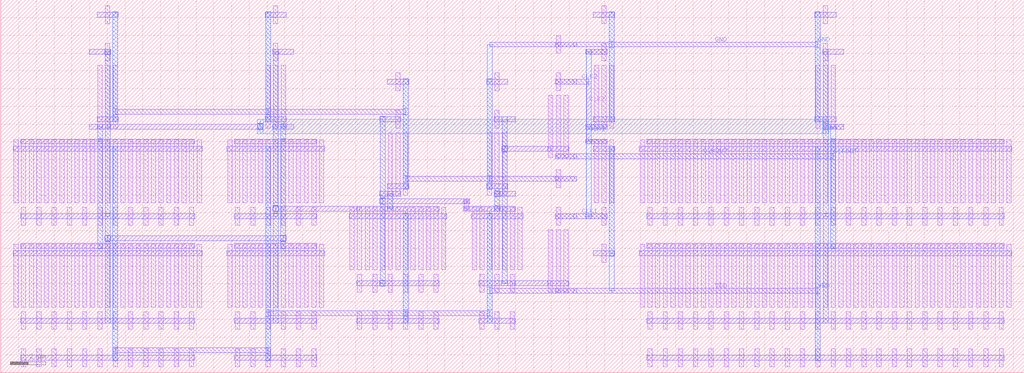
<source format=lef>
MACRO HEADER
  ORIGIN 0 0 ;
  FOREIGN HEADER 0 0 ;
  SIZE 57.62 BY 21 ;
  PIN GND
    DIRECTION INOUT ;
    USE SIGNAL ;
    PORT 
      LAYER met3 ;
        RECT 6.31 14.12 6.59 20.32 ;
      LAYER met3 ;
        RECT 14.91 14.12 15.19 20.32 ;
      LAYER met3 ;
        RECT 6.31 14.515 6.59 14.885 ;
      LAYER met2 ;
        RECT 6.45 14.56 15.05 14.84 ;
      LAYER met3 ;
        RECT 14.91 14.515 15.19 14.885 ;
      LAYER met3 ;
        RECT 22.65 10.34 22.93 16.54 ;
      LAYER met3 ;
        RECT 27.38 10.34 27.66 16.54 ;
      LAYER met3 ;
        RECT 22.65 10.735 22.93 11.105 ;
      LAYER met2 ;
        RECT 22.79 10.78 27.52 11.06 ;
      LAYER met3 ;
        RECT 27.38 10.735 27.66 11.105 ;
      LAYER met2 ;
        RECT 31.22 10.78 32.42 11.06 ;
      LAYER met2 ;
        RECT 31.22 18.34 32.42 18.62 ;
      LAYER met3 ;
        RECT 34.26 14.12 34.54 20.32 ;
      LAYER met3 ;
        RECT 45.87 14.12 46.15 20.32 ;
      LAYER met2 ;
        RECT 15.05 14.56 22.79 14.84 ;
      LAYER met3 ;
        RECT 22.65 14.515 22.93 14.885 ;
      LAYER met2 ;
        RECT 27.52 10.78 31.39 11.06 ;
      LAYER met3 ;
        RECT 27.38 16.38 27.66 18.48 ;
      LAYER met2 ;
        RECT 27.52 18.34 31.39 18.62 ;
      LAYER met2 ;
        RECT 32.25 18.34 34.4 18.62 ;
      LAYER met3 ;
        RECT 34.26 18.295 34.54 18.665 ;
      LAYER met2 ;
        RECT 34.4 18.34 46.01 18.62 ;
      LAYER met3 ;
        RECT 45.87 18.295 46.15 18.665 ;
    END
  END GND
  PIN VDD
    DIRECTION INOUT ;
    USE SIGNAL ;
    PORT 
      LAYER met3 ;
        RECT 6.31 0.68 6.59 12.76 ;
      LAYER met3 ;
        RECT 14.91 0.68 15.19 12.76 ;
      LAYER met3 ;
        RECT 6.31 1.075 6.59 1.445 ;
      LAYER met2 ;
        RECT 6.45 1.12 15.05 1.4 ;
      LAYER met3 ;
        RECT 14.91 1.075 15.19 1.445 ;
      LAYER met3 ;
        RECT 22.65 2.78 22.93 8.98 ;
      LAYER met3 ;
        RECT 27.38 2.78 27.66 8.98 ;
      LAYER met3 ;
        RECT 22.65 3.175 22.93 3.545 ;
      LAYER met2 ;
        RECT 22.79 3.22 27.52 3.5 ;
      LAYER met3 ;
        RECT 27.38 3.175 27.66 3.545 ;
      LAYER met2 ;
        RECT 31.22 4.48 32.42 4.76 ;
      LAYER met3 ;
        RECT 34.26 6.56 34.54 12.76 ;
      LAYER met3 ;
        RECT 45.87 0.68 46.15 12.76 ;
      LAYER met3 ;
        RECT 14.91 3.175 15.19 3.545 ;
      LAYER met2 ;
        RECT 15.05 3.22 22.79 3.5 ;
      LAYER met3 ;
        RECT 27.38 4.435 27.66 4.805 ;
      LAYER met2 ;
        RECT 27.52 4.48 31.39 4.76 ;
      LAYER met2 ;
        RECT 32.25 4.48 34.4 4.76 ;
      LAYER met3 ;
        RECT 34.26 4.62 34.54 6.72 ;
      LAYER met2 ;
        RECT 34.4 4.48 46.01 4.76 ;
      LAYER met3 ;
        RECT 45.87 4.435 46.15 4.805 ;
    END
  END VDD
  PIN CLKOUT
    DIRECTION INOUT ;
    USE SIGNAL ;
    PORT 
      LAYER met2 ;
        RECT 31.22 12.04 32.42 12.32 ;
      LAYER met3 ;
        RECT 46.73 6.98 47.01 13.18 ;
      LAYER met2 ;
        RECT 46.27 13.72 47.47 14 ;
      LAYER met3 ;
        RECT 46.73 13.02 47.01 13.86 ;
      LAYER met2 ;
        RECT 46.71 13.72 47.03 14 ;
      LAYER met2 ;
        RECT 32.25 12.04 46.87 12.32 ;
      LAYER met3 ;
        RECT 46.73 11.995 47.01 12.365 ;
    END
  END CLKOUT
  PIN CLK1
    DIRECTION INOUT ;
    USE SIGNAL ;
    PORT 
      LAYER met2 ;
        RECT 31.22 8.68 32.42 8.96 ;
      LAYER met2 ;
        RECT 32.94 8.68 34.14 8.96 ;
      LAYER met2 ;
        RECT 32.94 17.92 34.14 18.2 ;
      LAYER met2 ;
        RECT 32.95 8.68 33.27 8.96 ;
      LAYER met3 ;
        RECT 32.97 8.82 33.25 18.06 ;
      LAYER met2 ;
        RECT 32.95 17.92 33.27 18.2 ;
      LAYER met2 ;
        RECT 32.25 8.68 33.11 8.96 ;
    END
  END CLK1
  PIN CLK2
    DIRECTION INOUT ;
    USE SIGNAL ;
    PORT 
      LAYER met2 ;
        RECT 32.94 12.88 34.14 13.16 ;
      LAYER met2 ;
        RECT 32.94 13.72 34.14 14 ;
      LAYER met2 ;
        RECT 32.95 12.88 33.27 13.16 ;
      LAYER met1 ;
        RECT 32.985 13.02 33.235 13.86 ;
      LAYER met2 ;
        RECT 32.95 13.72 33.27 14 ;
      LAYER met2 ;
        RECT 31.22 16.24 32.42 16.52 ;
      LAYER met1 ;
        RECT 32.985 13.86 33.235 16.38 ;
      LAYER met2 ;
        RECT 32.25 16.24 33.11 16.52 ;
    END
  END CLK2
  OBS 
  LAYER met2 ;
        RECT 26.92 4.9 28.98 5.18 ;
  LAYER met2 ;
        RECT 27.78 14.14 28.98 14.42 ;
  LAYER met2 ;
        RECT 28.22 4.9 28.54 5.18 ;
  LAYER met3 ;
        RECT 28.24 5.04 28.52 14.28 ;
  LAYER met2 ;
        RECT 28.22 14.14 28.54 14.42 ;
  LAYER met2 ;
        RECT 30.79 4.9 31.99 5.18 ;
  LAYER met2 ;
        RECT 30.79 12.46 31.99 12.74 ;
  LAYER met2 ;
        RECT 28.81 4.9 30.96 5.18 ;
  LAYER met3 ;
        RECT 28.24 12.415 28.52 12.785 ;
  LAYER met2 ;
        RECT 28.38 12.46 30.96 12.74 ;
  LAYER met2 ;
        RECT 28.22 12.46 28.54 12.74 ;
  LAYER met3 ;
        RECT 28.24 12.44 28.52 12.76 ;
  LAYER met2 ;
        RECT 28.22 12.46 28.54 12.74 ;
  LAYER met3 ;
        RECT 28.24 12.44 28.52 12.76 ;
  LAYER met3 ;
        RECT 15.34 2.78 15.62 8.98 ;
  LAYER met2 ;
        RECT 15.31 17.92 16.51 18.2 ;
  LAYER met3 ;
        RECT 15.34 8.82 15.62 18.06 ;
  LAYER met2 ;
        RECT 15.32 17.92 15.64 18.2 ;
  LAYER met2 ;
        RECT 20.04 9.1 24.68 9.38 ;
  LAYER met2 ;
        RECT 21.33 9.94 22.53 10.22 ;
  LAYER met2 ;
        RECT 21.77 9.1 22.09 9.38 ;
  LAYER met3 ;
        RECT 21.79 9.24 22.07 10.08 ;
  LAYER met2 ;
        RECT 21.77 9.94 22.09 10.22 ;
  LAYER met3 ;
        RECT 15.34 9.055 15.62 9.425 ;
  LAYER met2 ;
        RECT 15.48 9.1 20.21 9.38 ;
  LAYER met2 ;
        RECT 15.32 9.1 15.64 9.38 ;
  LAYER met3 ;
        RECT 15.34 9.08 15.62 9.4 ;
  LAYER met2 ;
        RECT 15.32 9.1 15.64 9.38 ;
  LAYER met3 ;
        RECT 15.34 9.08 15.62 9.4 ;
  LAYER met3 ;
        RECT 5.45 6.98 5.73 13.18 ;
  LAYER met2 ;
        RECT 4.99 13.72 6.19 14 ;
  LAYER met3 ;
        RECT 5.45 13.02 5.73 13.86 ;
  LAYER met2 ;
        RECT 5.43 13.72 5.75 14 ;
  LAYER met3 ;
        RECT 46.3 2.78 46.58 8.98 ;
  LAYER met2 ;
        RECT 46.27 17.92 47.47 18.2 ;
  LAYER met3 ;
        RECT 46.3 8.82 46.58 18.06 ;
  LAYER met2 ;
        RECT 46.28 17.92 46.6 18.2 ;
  LAYER met2 ;
        RECT 6.02 13.72 14.62 14 ;
  LAYER met3 ;
        RECT 14.48 13.739 14.76 13.981 ;
  LAYER met4 ;
        RECT 14.62 13.46 46.44 14.26 ;
  LAYER met3 ;
        RECT 46.3 13.675 46.58 14.045 ;
  LAYER met2 ;
        RECT 14.46 13.72 14.78 14 ;
  LAYER met3 ;
        RECT 14.48 13.7 14.76 14.02 ;
  LAYER met3 ;
        RECT 14.48 13.675 14.76 14.045 ;
  LAYER met4 ;
        RECT 14.455 13.46 14.785 14.26 ;
  LAYER met3 ;
        RECT 46.3 13.675 46.58 14.045 ;
  LAYER met4 ;
        RECT 46.275 13.46 46.605 14.26 ;
  LAYER met3 ;
        RECT 46.3 13.675 46.58 14.045 ;
  LAYER met4 ;
        RECT 46.275 13.46 46.605 14.26 ;
  LAYER met2 ;
        RECT 20.04 4.9 24.68 5.18 ;
  LAYER met2 ;
        RECT 21.33 14.14 22.53 14.42 ;
  LAYER met2 ;
        RECT 26.92 9.1 28.98 9.38 ;
  LAYER met2 ;
        RECT 27.78 9.94 28.98 10.22 ;
  LAYER met2 ;
        RECT 21.34 4.9 21.66 5.18 ;
  LAYER met3 ;
        RECT 21.36 5.04 21.64 14.28 ;
  LAYER met2 ;
        RECT 21.34 14.14 21.66 14.42 ;
  LAYER met3 ;
        RECT 21.36 9.475 21.64 9.845 ;
  LAYER met2 ;
        RECT 21.5 9.52 26.23 9.8 ;
  LAYER met1 ;
        RECT 26.105 9.24 26.355 9.66 ;
  LAYER met2 ;
        RECT 26.23 9.1 27.09 9.38 ;
  LAYER met2 ;
        RECT 27.79 9.1 28.11 9.38 ;
  LAYER met3 ;
        RECT 27.81 9.24 28.09 10.08 ;
  LAYER met2 ;
        RECT 27.79 9.94 28.11 10.22 ;
  LAYER met2 ;
        RECT 21.34 4.9 21.66 5.18 ;
  LAYER met3 ;
        RECT 21.36 4.88 21.64 5.2 ;
  LAYER met2 ;
        RECT 21.34 14.14 21.66 14.42 ;
  LAYER met3 ;
        RECT 21.36 14.12 21.64 14.44 ;
  LAYER met2 ;
        RECT 21.34 4.9 21.66 5.18 ;
  LAYER met3 ;
        RECT 21.36 4.88 21.64 5.2 ;
  LAYER met2 ;
        RECT 21.34 14.14 21.66 14.42 ;
  LAYER met3 ;
        RECT 21.36 14.12 21.64 14.44 ;
  LAYER met1 ;
        RECT 26.105 9.155 26.355 9.325 ;
  LAYER met2 ;
        RECT 26.06 9.1 26.4 9.38 ;
  LAYER met1 ;
        RECT 26.105 9.575 26.355 9.745 ;
  LAYER met2 ;
        RECT 26.06 9.52 26.4 9.8 ;
  LAYER met2 ;
        RECT 21.34 4.9 21.66 5.18 ;
  LAYER met3 ;
        RECT 21.36 4.88 21.64 5.2 ;
  LAYER met2 ;
        RECT 21.34 9.52 21.66 9.8 ;
  LAYER met3 ;
        RECT 21.36 9.5 21.64 9.82 ;
  LAYER met2 ;
        RECT 21.34 14.14 21.66 14.42 ;
  LAYER met3 ;
        RECT 21.36 14.12 21.64 14.44 ;
  LAYER met1 ;
        RECT 26.105 9.155 26.355 9.325 ;
  LAYER met2 ;
        RECT 26.06 9.1 26.4 9.38 ;
  LAYER met1 ;
        RECT 26.105 9.575 26.355 9.745 ;
  LAYER met2 ;
        RECT 26.06 9.52 26.4 9.8 ;
  LAYER met2 ;
        RECT 21.34 4.9 21.66 5.18 ;
  LAYER met3 ;
        RECT 21.36 4.88 21.64 5.2 ;
  LAYER met2 ;
        RECT 21.34 9.52 21.66 9.8 ;
  LAYER met3 ;
        RECT 21.36 9.5 21.64 9.82 ;
  LAYER met2 ;
        RECT 21.34 14.14 21.66 14.42 ;
  LAYER met3 ;
        RECT 21.36 14.12 21.64 14.44 ;
  LAYER met1 ;
        RECT 26.105 9.155 26.355 9.325 ;
  LAYER met2 ;
        RECT 26.06 9.1 26.4 9.38 ;
  LAYER met1 ;
        RECT 26.105 9.575 26.355 9.745 ;
  LAYER met2 ;
        RECT 26.06 9.52 26.4 9.8 ;
  LAYER met2 ;
        RECT 21.34 4.9 21.66 5.18 ;
  LAYER met3 ;
        RECT 21.36 4.88 21.64 5.2 ;
  LAYER met2 ;
        RECT 21.34 9.52 21.66 9.8 ;
  LAYER met3 ;
        RECT 21.36 9.5 21.64 9.82 ;
  LAYER met2 ;
        RECT 21.34 14.14 21.66 14.42 ;
  LAYER met3 ;
        RECT 21.36 14.12 21.64 14.44 ;
  LAYER met2 ;
        RECT 27.79 9.1 28.11 9.38 ;
  LAYER met3 ;
        RECT 27.81 9.08 28.09 9.4 ;
  LAYER met2 ;
        RECT 27.79 9.94 28.11 10.22 ;
  LAYER met3 ;
        RECT 27.81 9.92 28.09 10.24 ;
  LAYER met1 ;
        RECT 26.105 9.155 26.355 9.325 ;
  LAYER met2 ;
        RECT 26.06 9.1 26.4 9.38 ;
  LAYER met1 ;
        RECT 26.105 9.575 26.355 9.745 ;
  LAYER met2 ;
        RECT 26.06 9.52 26.4 9.8 ;
  LAYER met2 ;
        RECT 21.34 4.9 21.66 5.18 ;
  LAYER met3 ;
        RECT 21.36 4.88 21.64 5.2 ;
  LAYER met2 ;
        RECT 21.34 9.52 21.66 9.8 ;
  LAYER met3 ;
        RECT 21.36 9.5 21.64 9.82 ;
  LAYER met2 ;
        RECT 21.34 14.14 21.66 14.42 ;
  LAYER met3 ;
        RECT 21.36 14.12 21.64 14.44 ;
  LAYER met2 ;
        RECT 27.79 9.1 28.11 9.38 ;
  LAYER met3 ;
        RECT 27.81 9.08 28.09 9.4 ;
  LAYER met2 ;
        RECT 27.79 9.94 28.11 10.22 ;
  LAYER met3 ;
        RECT 27.81 9.92 28.09 10.24 ;
  LAYER met1 ;
        RECT 27.825 9.995 28.075 13.525 ;
  LAYER met1 ;
        RECT 27.825 13.775 28.075 14.785 ;
  LAYER met1 ;
        RECT 27.825 15.875 28.075 16.885 ;
  LAYER met1 ;
        RECT 28.255 9.995 28.505 13.525 ;
  LAYER met1 ;
        RECT 27.395 9.995 27.645 13.525 ;
  LAYER met2 ;
        RECT 27.35 10.36 28.55 10.64 ;
  LAYER met2 ;
        RECT 27.35 16.24 28.55 16.52 ;
  LAYER met2 ;
        RECT 27.78 9.94 28.98 10.22 ;
  LAYER met2 ;
        RECT 27.78 14.14 28.98 14.42 ;
  LAYER met3 ;
        RECT 27.38 10.34 27.66 16.54 ;
  LAYER met1 ;
        RECT 22.235 9.995 22.485 13.525 ;
  LAYER met1 ;
        RECT 22.235 13.775 22.485 14.785 ;
  LAYER met1 ;
        RECT 22.235 15.875 22.485 16.885 ;
  LAYER met1 ;
        RECT 21.805 9.995 22.055 13.525 ;
  LAYER met1 ;
        RECT 22.665 9.995 22.915 13.525 ;
  LAYER met2 ;
        RECT 21.76 10.36 22.96 10.64 ;
  LAYER met2 ;
        RECT 21.76 16.24 22.96 16.52 ;
  LAYER met2 ;
        RECT 21.33 9.94 22.53 10.22 ;
  LAYER met2 ;
        RECT 21.33 14.14 22.53 14.42 ;
  LAYER met3 ;
        RECT 22.65 10.34 22.93 16.54 ;
  LAYER met1 ;
        RECT 28.685 5.795 28.935 9.325 ;
  LAYER met1 ;
        RECT 28.685 4.535 28.935 5.545 ;
  LAYER met1 ;
        RECT 28.685 2.435 28.935 3.445 ;
  LAYER met1 ;
        RECT 29.115 5.795 29.365 9.325 ;
  LAYER met1 ;
        RECT 28.255 5.795 28.505 9.325 ;
  LAYER met1 ;
        RECT 27.825 5.795 28.075 9.325 ;
  LAYER met1 ;
        RECT 27.825 4.535 28.075 5.545 ;
  LAYER met1 ;
        RECT 27.825 2.435 28.075 3.445 ;
  LAYER met1 ;
        RECT 27.395 5.795 27.645 9.325 ;
  LAYER met1 ;
        RECT 26.965 5.795 27.215 9.325 ;
  LAYER met1 ;
        RECT 26.965 4.535 27.215 5.545 ;
  LAYER met1 ;
        RECT 26.965 2.435 27.215 3.445 ;
  LAYER met1 ;
        RECT 26.535 5.795 26.785 9.325 ;
  LAYER met2 ;
        RECT 26.49 8.68 29.41 8.96 ;
  LAYER met2 ;
        RECT 26.92 2.8 28.98 3.08 ;
  LAYER met2 ;
        RECT 26.92 9.1 28.98 9.38 ;
  LAYER met2 ;
        RECT 26.92 4.9 28.98 5.18 ;
  LAYER met3 ;
        RECT 27.38 2.78 27.66 8.98 ;
  LAYER met1 ;
        RECT 20.085 5.795 20.335 9.325 ;
  LAYER met1 ;
        RECT 20.085 4.535 20.335 5.545 ;
  LAYER met1 ;
        RECT 20.085 2.435 20.335 3.445 ;
  LAYER met1 ;
        RECT 19.655 5.795 19.905 9.325 ;
  LAYER met1 ;
        RECT 20.515 5.795 20.765 9.325 ;
  LAYER met1 ;
        RECT 20.945 5.795 21.195 9.325 ;
  LAYER met1 ;
        RECT 20.945 4.535 21.195 5.545 ;
  LAYER met1 ;
        RECT 20.945 2.435 21.195 3.445 ;
  LAYER met1 ;
        RECT 21.375 5.795 21.625 9.325 ;
  LAYER met1 ;
        RECT 21.805 5.795 22.055 9.325 ;
  LAYER met1 ;
        RECT 21.805 4.535 22.055 5.545 ;
  LAYER met1 ;
        RECT 21.805 2.435 22.055 3.445 ;
  LAYER met1 ;
        RECT 22.235 5.795 22.485 9.325 ;
  LAYER met1 ;
        RECT 22.665 5.795 22.915 9.325 ;
  LAYER met1 ;
        RECT 22.665 4.535 22.915 5.545 ;
  LAYER met1 ;
        RECT 22.665 2.435 22.915 3.445 ;
  LAYER met1 ;
        RECT 23.095 5.795 23.345 9.325 ;
  LAYER met1 ;
        RECT 23.525 5.795 23.775 9.325 ;
  LAYER met1 ;
        RECT 23.525 4.535 23.775 5.545 ;
  LAYER met1 ;
        RECT 23.525 2.435 23.775 3.445 ;
  LAYER met1 ;
        RECT 23.955 5.795 24.205 9.325 ;
  LAYER met1 ;
        RECT 24.385 5.795 24.635 9.325 ;
  LAYER met1 ;
        RECT 24.385 4.535 24.635 5.545 ;
  LAYER met1 ;
        RECT 24.385 2.435 24.635 3.445 ;
  LAYER met1 ;
        RECT 24.815 5.795 25.065 9.325 ;
  LAYER met2 ;
        RECT 19.61 8.68 25.11 8.96 ;
  LAYER met2 ;
        RECT 20.04 2.8 24.68 3.08 ;
  LAYER met2 ;
        RECT 20.04 9.1 24.68 9.38 ;
  LAYER met2 ;
        RECT 20.04 4.9 24.68 5.18 ;
  LAYER met3 ;
        RECT 22.65 2.78 22.93 8.98 ;
  LAYER met3 ;
        RECT 5.88 2.78 6.16 8.98 ;
  LAYER met2 ;
        RECT 4.99 17.92 6.19 18.2 ;
  LAYER met3 ;
        RECT 15.77 6.98 16.05 13.18 ;
  LAYER met2 ;
        RECT 15.31 13.72 16.51 14 ;
  LAYER met3 ;
        RECT 5.88 8.82 6.16 18.06 ;
  LAYER met2 ;
        RECT 5.86 17.92 6.18 18.2 ;
  LAYER met3 ;
        RECT 5.88 7.375 6.16 7.745 ;
  LAYER met2 ;
        RECT 6.02 7.42 15.91 7.7 ;
  LAYER met3 ;
        RECT 15.77 7.375 16.05 7.745 ;
  LAYER met3 ;
        RECT 15.77 13.02 16.05 13.86 ;
  LAYER met2 ;
        RECT 15.75 13.72 16.07 14 ;
  LAYER met2 ;
        RECT 5.86 17.92 6.18 18.2 ;
  LAYER met3 ;
        RECT 5.88 17.9 6.16 18.22 ;
  LAYER met2 ;
        RECT 5.86 17.92 6.18 18.2 ;
  LAYER met3 ;
        RECT 5.88 17.9 6.16 18.22 ;
  LAYER met2 ;
        RECT 5.86 7.42 6.18 7.7 ;
  LAYER met3 ;
        RECT 5.88 7.4 6.16 7.72 ;
  LAYER met2 ;
        RECT 5.86 17.92 6.18 18.2 ;
  LAYER met3 ;
        RECT 5.88 17.9 6.16 18.22 ;
  LAYER met2 ;
        RECT 15.75 7.42 16.07 7.7 ;
  LAYER met3 ;
        RECT 15.77 7.4 16.05 7.72 ;
  LAYER met2 ;
        RECT 5.86 7.42 6.18 7.7 ;
  LAYER met3 ;
        RECT 5.88 7.4 6.16 7.72 ;
  LAYER met2 ;
        RECT 5.86 17.92 6.18 18.2 ;
  LAYER met3 ;
        RECT 5.88 17.9 6.16 18.22 ;
  LAYER met2 ;
        RECT 15.75 7.42 16.07 7.7 ;
  LAYER met3 ;
        RECT 15.77 7.4 16.05 7.72 ;
  LAYER met2 ;
        RECT 5.86 7.42 6.18 7.7 ;
  LAYER met3 ;
        RECT 5.88 7.4 6.16 7.72 ;
  LAYER met2 ;
        RECT 5.86 17.92 6.18 18.2 ;
  LAYER met3 ;
        RECT 5.88 17.9 6.16 18.22 ;
  LAYER met2 ;
        RECT 15.75 7.42 16.07 7.7 ;
  LAYER met3 ;
        RECT 15.77 7.4 16.05 7.72 ;
  LAYER met2 ;
        RECT 15.75 13.72 16.07 14 ;
  LAYER met3 ;
        RECT 15.77 13.7 16.05 14.02 ;
  LAYER met2 ;
        RECT 5.86 7.42 6.18 7.7 ;
  LAYER met3 ;
        RECT 5.88 7.4 6.16 7.72 ;
  LAYER met2 ;
        RECT 5.86 17.92 6.18 18.2 ;
  LAYER met3 ;
        RECT 5.88 17.9 6.16 18.22 ;
  LAYER met2 ;
        RECT 15.75 7.42 16.07 7.7 ;
  LAYER met3 ;
        RECT 15.77 7.4 16.05 7.72 ;
  LAYER met2 ;
        RECT 15.75 13.72 16.07 14 ;
  LAYER met3 ;
        RECT 15.77 13.7 16.05 14.02 ;
  LAYER met1 ;
        RECT 15.355 13.775 15.605 17.305 ;
  LAYER met1 ;
        RECT 15.355 17.555 15.605 18.565 ;
  LAYER met1 ;
        RECT 15.355 19.655 15.605 20.665 ;
  LAYER met1 ;
        RECT 15.785 13.775 16.035 17.305 ;
  LAYER met1 ;
        RECT 14.925 13.775 15.175 17.305 ;
  LAYER met2 ;
        RECT 14.88 14.14 16.08 14.42 ;
  LAYER met2 ;
        RECT 14.88 20.02 16.08 20.3 ;
  LAYER met2 ;
        RECT 15.31 13.72 16.51 14 ;
  LAYER met2 ;
        RECT 15.31 17.92 16.51 18.2 ;
  LAYER met3 ;
        RECT 14.91 14.12 15.19 20.32 ;
  LAYER met1 ;
        RECT 5.895 13.775 6.145 17.305 ;
  LAYER met1 ;
        RECT 5.895 17.555 6.145 18.565 ;
  LAYER met1 ;
        RECT 5.895 19.655 6.145 20.665 ;
  LAYER met1 ;
        RECT 5.465 13.775 5.715 17.305 ;
  LAYER met1 ;
        RECT 6.325 13.775 6.575 17.305 ;
  LAYER met2 ;
        RECT 5.42 14.14 6.62 14.42 ;
  LAYER met2 ;
        RECT 5.42 20.02 6.62 20.3 ;
  LAYER met2 ;
        RECT 4.99 13.72 6.19 14 ;
  LAYER met2 ;
        RECT 4.99 17.92 6.19 18.2 ;
  LAYER met3 ;
        RECT 6.31 14.12 6.59 20.32 ;
  LAYER met1 ;
        RECT 17.505 9.575 17.755 13.105 ;
  LAYER met1 ;
        RECT 17.505 8.315 17.755 9.325 ;
  LAYER met1 ;
        RECT 17.505 3.695 17.755 7.225 ;
  LAYER met1 ;
        RECT 17.505 2.435 17.755 3.445 ;
  LAYER met1 ;
        RECT 17.505 0.335 17.755 1.345 ;
  LAYER met1 ;
        RECT 17.935 9.575 18.185 13.105 ;
  LAYER met1 ;
        RECT 17.935 3.695 18.185 7.225 ;
  LAYER met1 ;
        RECT 17.075 9.575 17.325 13.105 ;
  LAYER met1 ;
        RECT 17.075 3.695 17.325 7.225 ;
  LAYER met1 ;
        RECT 16.645 9.575 16.895 13.105 ;
  LAYER met1 ;
        RECT 16.645 8.315 16.895 9.325 ;
  LAYER met1 ;
        RECT 16.645 3.695 16.895 7.225 ;
  LAYER met1 ;
        RECT 16.645 2.435 16.895 3.445 ;
  LAYER met1 ;
        RECT 16.645 0.335 16.895 1.345 ;
  LAYER met1 ;
        RECT 16.215 9.575 16.465 13.105 ;
  LAYER met1 ;
        RECT 16.215 3.695 16.465 7.225 ;
  LAYER met1 ;
        RECT 15.785 9.575 16.035 13.105 ;
  LAYER met1 ;
        RECT 15.785 8.315 16.035 9.325 ;
  LAYER met1 ;
        RECT 15.785 3.695 16.035 7.225 ;
  LAYER met1 ;
        RECT 15.785 2.435 16.035 3.445 ;
  LAYER met1 ;
        RECT 15.785 0.335 16.035 1.345 ;
  LAYER met1 ;
        RECT 15.355 9.575 15.605 13.105 ;
  LAYER met1 ;
        RECT 15.355 3.695 15.605 7.225 ;
  LAYER met1 ;
        RECT 14.925 9.575 15.175 13.105 ;
  LAYER met1 ;
        RECT 14.925 8.315 15.175 9.325 ;
  LAYER met1 ;
        RECT 14.925 3.695 15.175 7.225 ;
  LAYER met1 ;
        RECT 14.925 2.435 15.175 3.445 ;
  LAYER met1 ;
        RECT 14.925 0.335 15.175 1.345 ;
  LAYER met1 ;
        RECT 14.495 9.575 14.745 13.105 ;
  LAYER met1 ;
        RECT 14.495 3.695 14.745 7.225 ;
  LAYER met1 ;
        RECT 14.065 9.575 14.315 13.105 ;
  LAYER met1 ;
        RECT 14.065 8.315 14.315 9.325 ;
  LAYER met1 ;
        RECT 14.065 3.695 14.315 7.225 ;
  LAYER met1 ;
        RECT 14.065 2.435 14.315 3.445 ;
  LAYER met1 ;
        RECT 14.065 0.335 14.315 1.345 ;
  LAYER met1 ;
        RECT 13.635 9.575 13.885 13.105 ;
  LAYER met1 ;
        RECT 13.635 3.695 13.885 7.225 ;
  LAYER met1 ;
        RECT 13.205 9.575 13.455 13.105 ;
  LAYER met1 ;
        RECT 13.205 8.315 13.455 9.325 ;
  LAYER met1 ;
        RECT 13.205 3.695 13.455 7.225 ;
  LAYER met1 ;
        RECT 13.205 2.435 13.455 3.445 ;
  LAYER met1 ;
        RECT 13.205 0.335 13.455 1.345 ;
  LAYER met1 ;
        RECT 12.775 9.575 13.025 13.105 ;
  LAYER met1 ;
        RECT 12.775 3.695 13.025 7.225 ;
  LAYER met2 ;
        RECT 13.16 12.88 17.8 13.16 ;
  LAYER met2 ;
        RECT 13.16 8.68 17.8 8.96 ;
  LAYER met2 ;
        RECT 12.73 12.46 18.23 12.74 ;
  LAYER met2 ;
        RECT 13.16 7 17.8 7.28 ;
  LAYER met2 ;
        RECT 13.16 2.8 17.8 3.08 ;
  LAYER met2 ;
        RECT 12.73 6.58 18.23 6.86 ;
  LAYER met2 ;
        RECT 13.16 0.7 17.8 0.98 ;
  LAYER met3 ;
        RECT 15.77 6.98 16.05 13.18 ;
  LAYER met3 ;
        RECT 15.34 2.78 15.62 8.98 ;
  LAYER met3 ;
        RECT 14.91 0.68 15.19 12.76 ;
  LAYER met1 ;
        RECT 1.165 9.575 1.415 13.105 ;
  LAYER met1 ;
        RECT 1.165 8.315 1.415 9.325 ;
  LAYER met1 ;
        RECT 1.165 3.695 1.415 7.225 ;
  LAYER met1 ;
        RECT 1.165 2.435 1.415 3.445 ;
  LAYER met1 ;
        RECT 1.165 0.335 1.415 1.345 ;
  LAYER met1 ;
        RECT 0.735 9.575 0.985 13.105 ;
  LAYER met1 ;
        RECT 0.735 3.695 0.985 7.225 ;
  LAYER met1 ;
        RECT 1.595 9.575 1.845 13.105 ;
  LAYER met1 ;
        RECT 1.595 3.695 1.845 7.225 ;
  LAYER met1 ;
        RECT 2.025 9.575 2.275 13.105 ;
  LAYER met1 ;
        RECT 2.025 8.315 2.275 9.325 ;
  LAYER met1 ;
        RECT 2.025 3.695 2.275 7.225 ;
  LAYER met1 ;
        RECT 2.025 2.435 2.275 3.445 ;
  LAYER met1 ;
        RECT 2.025 0.335 2.275 1.345 ;
  LAYER met1 ;
        RECT 2.455 9.575 2.705 13.105 ;
  LAYER met1 ;
        RECT 2.455 3.695 2.705 7.225 ;
  LAYER met1 ;
        RECT 2.885 9.575 3.135 13.105 ;
  LAYER met1 ;
        RECT 2.885 8.315 3.135 9.325 ;
  LAYER met1 ;
        RECT 2.885 3.695 3.135 7.225 ;
  LAYER met1 ;
        RECT 2.885 2.435 3.135 3.445 ;
  LAYER met1 ;
        RECT 2.885 0.335 3.135 1.345 ;
  LAYER met1 ;
        RECT 3.315 9.575 3.565 13.105 ;
  LAYER met1 ;
        RECT 3.315 3.695 3.565 7.225 ;
  LAYER met1 ;
        RECT 3.745 9.575 3.995 13.105 ;
  LAYER met1 ;
        RECT 3.745 8.315 3.995 9.325 ;
  LAYER met1 ;
        RECT 3.745 3.695 3.995 7.225 ;
  LAYER met1 ;
        RECT 3.745 2.435 3.995 3.445 ;
  LAYER met1 ;
        RECT 3.745 0.335 3.995 1.345 ;
  LAYER met1 ;
        RECT 4.175 9.575 4.425 13.105 ;
  LAYER met1 ;
        RECT 4.175 3.695 4.425 7.225 ;
  LAYER met1 ;
        RECT 4.605 9.575 4.855 13.105 ;
  LAYER met1 ;
        RECT 4.605 8.315 4.855 9.325 ;
  LAYER met1 ;
        RECT 4.605 3.695 4.855 7.225 ;
  LAYER met1 ;
        RECT 4.605 2.435 4.855 3.445 ;
  LAYER met1 ;
        RECT 4.605 0.335 4.855 1.345 ;
  LAYER met1 ;
        RECT 5.035 9.575 5.285 13.105 ;
  LAYER met1 ;
        RECT 5.035 3.695 5.285 7.225 ;
  LAYER met1 ;
        RECT 5.465 9.575 5.715 13.105 ;
  LAYER met1 ;
        RECT 5.465 8.315 5.715 9.325 ;
  LAYER met1 ;
        RECT 5.465 3.695 5.715 7.225 ;
  LAYER met1 ;
        RECT 5.465 2.435 5.715 3.445 ;
  LAYER met1 ;
        RECT 5.465 0.335 5.715 1.345 ;
  LAYER met1 ;
        RECT 5.895 9.575 6.145 13.105 ;
  LAYER met1 ;
        RECT 5.895 3.695 6.145 7.225 ;
  LAYER met1 ;
        RECT 6.325 9.575 6.575 13.105 ;
  LAYER met1 ;
        RECT 6.325 8.315 6.575 9.325 ;
  LAYER met1 ;
        RECT 6.325 3.695 6.575 7.225 ;
  LAYER met1 ;
        RECT 6.325 2.435 6.575 3.445 ;
  LAYER met1 ;
        RECT 6.325 0.335 6.575 1.345 ;
  LAYER met1 ;
        RECT 6.755 9.575 7.005 13.105 ;
  LAYER met1 ;
        RECT 6.755 3.695 7.005 7.225 ;
  LAYER met1 ;
        RECT 7.185 9.575 7.435 13.105 ;
  LAYER met1 ;
        RECT 7.185 8.315 7.435 9.325 ;
  LAYER met1 ;
        RECT 7.185 3.695 7.435 7.225 ;
  LAYER met1 ;
        RECT 7.185 2.435 7.435 3.445 ;
  LAYER met1 ;
        RECT 7.185 0.335 7.435 1.345 ;
  LAYER met1 ;
        RECT 7.615 9.575 7.865 13.105 ;
  LAYER met1 ;
        RECT 7.615 3.695 7.865 7.225 ;
  LAYER met1 ;
        RECT 8.045 9.575 8.295 13.105 ;
  LAYER met1 ;
        RECT 8.045 8.315 8.295 9.325 ;
  LAYER met1 ;
        RECT 8.045 3.695 8.295 7.225 ;
  LAYER met1 ;
        RECT 8.045 2.435 8.295 3.445 ;
  LAYER met1 ;
        RECT 8.045 0.335 8.295 1.345 ;
  LAYER met1 ;
        RECT 8.475 9.575 8.725 13.105 ;
  LAYER met1 ;
        RECT 8.475 3.695 8.725 7.225 ;
  LAYER met1 ;
        RECT 8.905 9.575 9.155 13.105 ;
  LAYER met1 ;
        RECT 8.905 8.315 9.155 9.325 ;
  LAYER met1 ;
        RECT 8.905 3.695 9.155 7.225 ;
  LAYER met1 ;
        RECT 8.905 2.435 9.155 3.445 ;
  LAYER met1 ;
        RECT 8.905 0.335 9.155 1.345 ;
  LAYER met1 ;
        RECT 9.335 9.575 9.585 13.105 ;
  LAYER met1 ;
        RECT 9.335 3.695 9.585 7.225 ;
  LAYER met1 ;
        RECT 9.765 9.575 10.015 13.105 ;
  LAYER met1 ;
        RECT 9.765 8.315 10.015 9.325 ;
  LAYER met1 ;
        RECT 9.765 3.695 10.015 7.225 ;
  LAYER met1 ;
        RECT 9.765 2.435 10.015 3.445 ;
  LAYER met1 ;
        RECT 9.765 0.335 10.015 1.345 ;
  LAYER met1 ;
        RECT 10.195 9.575 10.445 13.105 ;
  LAYER met1 ;
        RECT 10.195 3.695 10.445 7.225 ;
  LAYER met1 ;
        RECT 10.625 9.575 10.875 13.105 ;
  LAYER met1 ;
        RECT 10.625 8.315 10.875 9.325 ;
  LAYER met1 ;
        RECT 10.625 3.695 10.875 7.225 ;
  LAYER met1 ;
        RECT 10.625 2.435 10.875 3.445 ;
  LAYER met1 ;
        RECT 10.625 0.335 10.875 1.345 ;
  LAYER met1 ;
        RECT 11.055 9.575 11.305 13.105 ;
  LAYER met1 ;
        RECT 11.055 3.695 11.305 7.225 ;
  LAYER met2 ;
        RECT 1.12 12.88 10.92 13.16 ;
  LAYER met2 ;
        RECT 1.12 8.68 10.92 8.96 ;
  LAYER met2 ;
        RECT 0.69 12.46 11.35 12.74 ;
  LAYER met2 ;
        RECT 1.12 7 10.92 7.28 ;
  LAYER met2 ;
        RECT 1.12 2.8 10.92 3.08 ;
  LAYER met2 ;
        RECT 0.69 6.58 11.35 6.86 ;
  LAYER met2 ;
        RECT 1.12 0.7 10.92 0.98 ;
  LAYER met3 ;
        RECT 5.45 6.98 5.73 13.18 ;
  LAYER met3 ;
        RECT 5.88 2.78 6.16 8.98 ;
  LAYER met3 ;
        RECT 6.31 0.68 6.59 12.76 ;
  LAYER met1 ;
        RECT 46.315 13.775 46.565 17.305 ;
  LAYER met1 ;
        RECT 46.315 17.555 46.565 18.565 ;
  LAYER met1 ;
        RECT 46.315 19.655 46.565 20.665 ;
  LAYER met1 ;
        RECT 46.745 13.775 46.995 17.305 ;
  LAYER met1 ;
        RECT 45.885 13.775 46.135 17.305 ;
  LAYER met2 ;
        RECT 45.84 14.14 47.04 14.42 ;
  LAYER met2 ;
        RECT 45.84 20.02 47.04 20.3 ;
  LAYER met2 ;
        RECT 46.27 13.72 47.47 14 ;
  LAYER met2 ;
        RECT 46.27 17.92 47.47 18.2 ;
  LAYER met3 ;
        RECT 45.87 14.12 46.15 20.32 ;
  LAYER met1 ;
        RECT 56.205 9.575 56.455 13.105 ;
  LAYER met1 ;
        RECT 56.205 8.315 56.455 9.325 ;
  LAYER met1 ;
        RECT 56.205 3.695 56.455 7.225 ;
  LAYER met1 ;
        RECT 56.205 2.435 56.455 3.445 ;
  LAYER met1 ;
        RECT 56.205 0.335 56.455 1.345 ;
  LAYER met1 ;
        RECT 56.635 9.575 56.885 13.105 ;
  LAYER met1 ;
        RECT 56.635 3.695 56.885 7.225 ;
  LAYER met1 ;
        RECT 55.775 9.575 56.025 13.105 ;
  LAYER met1 ;
        RECT 55.775 3.695 56.025 7.225 ;
  LAYER met1 ;
        RECT 55.345 9.575 55.595 13.105 ;
  LAYER met1 ;
        RECT 55.345 8.315 55.595 9.325 ;
  LAYER met1 ;
        RECT 55.345 3.695 55.595 7.225 ;
  LAYER met1 ;
        RECT 55.345 2.435 55.595 3.445 ;
  LAYER met1 ;
        RECT 55.345 0.335 55.595 1.345 ;
  LAYER met1 ;
        RECT 54.915 9.575 55.165 13.105 ;
  LAYER met1 ;
        RECT 54.915 3.695 55.165 7.225 ;
  LAYER met1 ;
        RECT 54.485 9.575 54.735 13.105 ;
  LAYER met1 ;
        RECT 54.485 8.315 54.735 9.325 ;
  LAYER met1 ;
        RECT 54.485 3.695 54.735 7.225 ;
  LAYER met1 ;
        RECT 54.485 2.435 54.735 3.445 ;
  LAYER met1 ;
        RECT 54.485 0.335 54.735 1.345 ;
  LAYER met1 ;
        RECT 54.055 9.575 54.305 13.105 ;
  LAYER met1 ;
        RECT 54.055 3.695 54.305 7.225 ;
  LAYER met1 ;
        RECT 53.625 9.575 53.875 13.105 ;
  LAYER met1 ;
        RECT 53.625 8.315 53.875 9.325 ;
  LAYER met1 ;
        RECT 53.625 3.695 53.875 7.225 ;
  LAYER met1 ;
        RECT 53.625 2.435 53.875 3.445 ;
  LAYER met1 ;
        RECT 53.625 0.335 53.875 1.345 ;
  LAYER met1 ;
        RECT 53.195 9.575 53.445 13.105 ;
  LAYER met1 ;
        RECT 53.195 3.695 53.445 7.225 ;
  LAYER met1 ;
        RECT 52.765 9.575 53.015 13.105 ;
  LAYER met1 ;
        RECT 52.765 8.315 53.015 9.325 ;
  LAYER met1 ;
        RECT 52.765 3.695 53.015 7.225 ;
  LAYER met1 ;
        RECT 52.765 2.435 53.015 3.445 ;
  LAYER met1 ;
        RECT 52.765 0.335 53.015 1.345 ;
  LAYER met1 ;
        RECT 52.335 9.575 52.585 13.105 ;
  LAYER met1 ;
        RECT 52.335 3.695 52.585 7.225 ;
  LAYER met1 ;
        RECT 51.905 9.575 52.155 13.105 ;
  LAYER met1 ;
        RECT 51.905 8.315 52.155 9.325 ;
  LAYER met1 ;
        RECT 51.905 3.695 52.155 7.225 ;
  LAYER met1 ;
        RECT 51.905 2.435 52.155 3.445 ;
  LAYER met1 ;
        RECT 51.905 0.335 52.155 1.345 ;
  LAYER met1 ;
        RECT 51.475 9.575 51.725 13.105 ;
  LAYER met1 ;
        RECT 51.475 3.695 51.725 7.225 ;
  LAYER met1 ;
        RECT 51.045 9.575 51.295 13.105 ;
  LAYER met1 ;
        RECT 51.045 8.315 51.295 9.325 ;
  LAYER met1 ;
        RECT 51.045 3.695 51.295 7.225 ;
  LAYER met1 ;
        RECT 51.045 2.435 51.295 3.445 ;
  LAYER met1 ;
        RECT 51.045 0.335 51.295 1.345 ;
  LAYER met1 ;
        RECT 50.615 9.575 50.865 13.105 ;
  LAYER met1 ;
        RECT 50.615 3.695 50.865 7.225 ;
  LAYER met1 ;
        RECT 50.185 9.575 50.435 13.105 ;
  LAYER met1 ;
        RECT 50.185 8.315 50.435 9.325 ;
  LAYER met1 ;
        RECT 50.185 3.695 50.435 7.225 ;
  LAYER met1 ;
        RECT 50.185 2.435 50.435 3.445 ;
  LAYER met1 ;
        RECT 50.185 0.335 50.435 1.345 ;
  LAYER met1 ;
        RECT 49.755 9.575 50.005 13.105 ;
  LAYER met1 ;
        RECT 49.755 3.695 50.005 7.225 ;
  LAYER met1 ;
        RECT 49.325 9.575 49.575 13.105 ;
  LAYER met1 ;
        RECT 49.325 8.315 49.575 9.325 ;
  LAYER met1 ;
        RECT 49.325 3.695 49.575 7.225 ;
  LAYER met1 ;
        RECT 49.325 2.435 49.575 3.445 ;
  LAYER met1 ;
        RECT 49.325 0.335 49.575 1.345 ;
  LAYER met1 ;
        RECT 48.895 9.575 49.145 13.105 ;
  LAYER met1 ;
        RECT 48.895 3.695 49.145 7.225 ;
  LAYER met1 ;
        RECT 48.465 9.575 48.715 13.105 ;
  LAYER met1 ;
        RECT 48.465 8.315 48.715 9.325 ;
  LAYER met1 ;
        RECT 48.465 3.695 48.715 7.225 ;
  LAYER met1 ;
        RECT 48.465 2.435 48.715 3.445 ;
  LAYER met1 ;
        RECT 48.465 0.335 48.715 1.345 ;
  LAYER met1 ;
        RECT 48.035 9.575 48.285 13.105 ;
  LAYER met1 ;
        RECT 48.035 3.695 48.285 7.225 ;
  LAYER met1 ;
        RECT 47.605 9.575 47.855 13.105 ;
  LAYER met1 ;
        RECT 47.605 8.315 47.855 9.325 ;
  LAYER met1 ;
        RECT 47.605 3.695 47.855 7.225 ;
  LAYER met1 ;
        RECT 47.605 2.435 47.855 3.445 ;
  LAYER met1 ;
        RECT 47.605 0.335 47.855 1.345 ;
  LAYER met1 ;
        RECT 47.175 9.575 47.425 13.105 ;
  LAYER met1 ;
        RECT 47.175 3.695 47.425 7.225 ;
  LAYER met1 ;
        RECT 46.745 9.575 46.995 13.105 ;
  LAYER met1 ;
        RECT 46.745 8.315 46.995 9.325 ;
  LAYER met1 ;
        RECT 46.745 3.695 46.995 7.225 ;
  LAYER met1 ;
        RECT 46.745 2.435 46.995 3.445 ;
  LAYER met1 ;
        RECT 46.745 0.335 46.995 1.345 ;
  LAYER met1 ;
        RECT 46.315 9.575 46.565 13.105 ;
  LAYER met1 ;
        RECT 46.315 3.695 46.565 7.225 ;
  LAYER met1 ;
        RECT 45.885 9.575 46.135 13.105 ;
  LAYER met1 ;
        RECT 45.885 8.315 46.135 9.325 ;
  LAYER met1 ;
        RECT 45.885 3.695 46.135 7.225 ;
  LAYER met1 ;
        RECT 45.885 2.435 46.135 3.445 ;
  LAYER met1 ;
        RECT 45.885 0.335 46.135 1.345 ;
  LAYER met1 ;
        RECT 45.455 9.575 45.705 13.105 ;
  LAYER met1 ;
        RECT 45.455 3.695 45.705 7.225 ;
  LAYER met1 ;
        RECT 45.025 9.575 45.275 13.105 ;
  LAYER met1 ;
        RECT 45.025 8.315 45.275 9.325 ;
  LAYER met1 ;
        RECT 45.025 3.695 45.275 7.225 ;
  LAYER met1 ;
        RECT 45.025 2.435 45.275 3.445 ;
  LAYER met1 ;
        RECT 45.025 0.335 45.275 1.345 ;
  LAYER met1 ;
        RECT 44.595 9.575 44.845 13.105 ;
  LAYER met1 ;
        RECT 44.595 3.695 44.845 7.225 ;
  LAYER met1 ;
        RECT 44.165 9.575 44.415 13.105 ;
  LAYER met1 ;
        RECT 44.165 8.315 44.415 9.325 ;
  LAYER met1 ;
        RECT 44.165 3.695 44.415 7.225 ;
  LAYER met1 ;
        RECT 44.165 2.435 44.415 3.445 ;
  LAYER met1 ;
        RECT 44.165 0.335 44.415 1.345 ;
  LAYER met1 ;
        RECT 43.735 9.575 43.985 13.105 ;
  LAYER met1 ;
        RECT 43.735 3.695 43.985 7.225 ;
  LAYER met1 ;
        RECT 43.305 9.575 43.555 13.105 ;
  LAYER met1 ;
        RECT 43.305 8.315 43.555 9.325 ;
  LAYER met1 ;
        RECT 43.305 3.695 43.555 7.225 ;
  LAYER met1 ;
        RECT 43.305 2.435 43.555 3.445 ;
  LAYER met1 ;
        RECT 43.305 0.335 43.555 1.345 ;
  LAYER met1 ;
        RECT 42.875 9.575 43.125 13.105 ;
  LAYER met1 ;
        RECT 42.875 3.695 43.125 7.225 ;
  LAYER met1 ;
        RECT 42.445 9.575 42.695 13.105 ;
  LAYER met1 ;
        RECT 42.445 8.315 42.695 9.325 ;
  LAYER met1 ;
        RECT 42.445 3.695 42.695 7.225 ;
  LAYER met1 ;
        RECT 42.445 2.435 42.695 3.445 ;
  LAYER met1 ;
        RECT 42.445 0.335 42.695 1.345 ;
  LAYER met1 ;
        RECT 42.015 9.575 42.265 13.105 ;
  LAYER met1 ;
        RECT 42.015 3.695 42.265 7.225 ;
  LAYER met1 ;
        RECT 41.585 9.575 41.835 13.105 ;
  LAYER met1 ;
        RECT 41.585 8.315 41.835 9.325 ;
  LAYER met1 ;
        RECT 41.585 3.695 41.835 7.225 ;
  LAYER met1 ;
        RECT 41.585 2.435 41.835 3.445 ;
  LAYER met1 ;
        RECT 41.585 0.335 41.835 1.345 ;
  LAYER met1 ;
        RECT 41.155 9.575 41.405 13.105 ;
  LAYER met1 ;
        RECT 41.155 3.695 41.405 7.225 ;
  LAYER met1 ;
        RECT 40.725 9.575 40.975 13.105 ;
  LAYER met1 ;
        RECT 40.725 8.315 40.975 9.325 ;
  LAYER met1 ;
        RECT 40.725 3.695 40.975 7.225 ;
  LAYER met1 ;
        RECT 40.725 2.435 40.975 3.445 ;
  LAYER met1 ;
        RECT 40.725 0.335 40.975 1.345 ;
  LAYER met1 ;
        RECT 40.295 9.575 40.545 13.105 ;
  LAYER met1 ;
        RECT 40.295 3.695 40.545 7.225 ;
  LAYER met1 ;
        RECT 39.865 9.575 40.115 13.105 ;
  LAYER met1 ;
        RECT 39.865 8.315 40.115 9.325 ;
  LAYER met1 ;
        RECT 39.865 3.695 40.115 7.225 ;
  LAYER met1 ;
        RECT 39.865 2.435 40.115 3.445 ;
  LAYER met1 ;
        RECT 39.865 0.335 40.115 1.345 ;
  LAYER met1 ;
        RECT 39.435 9.575 39.685 13.105 ;
  LAYER met1 ;
        RECT 39.435 3.695 39.685 7.225 ;
  LAYER met1 ;
        RECT 39.005 9.575 39.255 13.105 ;
  LAYER met1 ;
        RECT 39.005 8.315 39.255 9.325 ;
  LAYER met1 ;
        RECT 39.005 3.695 39.255 7.225 ;
  LAYER met1 ;
        RECT 39.005 2.435 39.255 3.445 ;
  LAYER met1 ;
        RECT 39.005 0.335 39.255 1.345 ;
  LAYER met1 ;
        RECT 38.575 9.575 38.825 13.105 ;
  LAYER met1 ;
        RECT 38.575 3.695 38.825 7.225 ;
  LAYER met1 ;
        RECT 38.145 9.575 38.395 13.105 ;
  LAYER met1 ;
        RECT 38.145 8.315 38.395 9.325 ;
  LAYER met1 ;
        RECT 38.145 3.695 38.395 7.225 ;
  LAYER met1 ;
        RECT 38.145 2.435 38.395 3.445 ;
  LAYER met1 ;
        RECT 38.145 0.335 38.395 1.345 ;
  LAYER met1 ;
        RECT 37.715 9.575 37.965 13.105 ;
  LAYER met1 ;
        RECT 37.715 3.695 37.965 7.225 ;
  LAYER met1 ;
        RECT 37.285 9.575 37.535 13.105 ;
  LAYER met1 ;
        RECT 37.285 8.315 37.535 9.325 ;
  LAYER met1 ;
        RECT 37.285 3.695 37.535 7.225 ;
  LAYER met1 ;
        RECT 37.285 2.435 37.535 3.445 ;
  LAYER met1 ;
        RECT 37.285 0.335 37.535 1.345 ;
  LAYER met1 ;
        RECT 36.855 9.575 37.105 13.105 ;
  LAYER met1 ;
        RECT 36.855 3.695 37.105 7.225 ;
  LAYER met1 ;
        RECT 36.425 9.575 36.675 13.105 ;
  LAYER met1 ;
        RECT 36.425 8.315 36.675 9.325 ;
  LAYER met1 ;
        RECT 36.425 3.695 36.675 7.225 ;
  LAYER met1 ;
        RECT 36.425 2.435 36.675 3.445 ;
  LAYER met1 ;
        RECT 36.425 0.335 36.675 1.345 ;
  LAYER met1 ;
        RECT 35.995 9.575 36.245 13.105 ;
  LAYER met1 ;
        RECT 35.995 3.695 36.245 7.225 ;
  LAYER met2 ;
        RECT 36.38 12.88 56.5 13.16 ;
  LAYER met2 ;
        RECT 36.38 8.68 56.5 8.96 ;
  LAYER met2 ;
        RECT 35.95 12.46 56.93 12.74 ;
  LAYER met2 ;
        RECT 36.38 7 56.5 7.28 ;
  LAYER met2 ;
        RECT 36.38 2.8 56.5 3.08 ;
  LAYER met2 ;
        RECT 35.95 6.58 56.93 6.86 ;
  LAYER met2 ;
        RECT 36.38 0.7 56.5 0.98 ;
  LAYER met3 ;
        RECT 46.73 6.98 47.01 13.18 ;
  LAYER met3 ;
        RECT 46.3 2.78 46.58 8.98 ;
  LAYER met3 ;
        RECT 45.87 0.68 46.15 12.76 ;
  LAYER met1 ;
        RECT 33.845 13.775 34.095 17.305 ;
  LAYER met1 ;
        RECT 33.845 17.555 34.095 18.565 ;
  LAYER met1 ;
        RECT 33.845 19.655 34.095 20.665 ;
  LAYER met1 ;
        RECT 33.415 13.775 33.665 17.305 ;
  LAYER met1 ;
        RECT 34.275 13.775 34.525 17.305 ;
  LAYER met2 ;
        RECT 33.37 14.14 34.57 14.42 ;
  LAYER met2 ;
        RECT 33.37 20.02 34.57 20.3 ;
  LAYER met2 ;
        RECT 32.94 13.72 34.14 14 ;
  LAYER met2 ;
        RECT 32.94 17.92 34.14 18.2 ;
  LAYER met3 ;
        RECT 34.26 14.12 34.54 20.32 ;
  LAYER met1 ;
        RECT 33.845 9.575 34.095 13.105 ;
  LAYER met1 ;
        RECT 33.845 8.315 34.095 9.325 ;
  LAYER met1 ;
        RECT 33.845 6.215 34.095 7.225 ;
  LAYER met1 ;
        RECT 33.415 9.575 33.665 13.105 ;
  LAYER met1 ;
        RECT 34.275 9.575 34.525 13.105 ;
  LAYER met2 ;
        RECT 33.37 12.46 34.57 12.74 ;
  LAYER met2 ;
        RECT 33.37 6.58 34.57 6.86 ;
  LAYER met2 ;
        RECT 32.94 12.88 34.14 13.16 ;
  LAYER met2 ;
        RECT 32.94 8.68 34.14 8.96 ;
  LAYER met3 ;
        RECT 34.26 6.56 34.54 12.76 ;
  LAYER met1 ;
        RECT 31.265 12.095 31.515 15.625 ;
  LAYER met1 ;
        RECT 31.265 15.875 31.515 16.885 ;
  LAYER met1 ;
        RECT 31.265 17.975 31.515 18.985 ;
  LAYER met1 ;
        RECT 31.695 12.095 31.945 15.625 ;
  LAYER met1 ;
        RECT 30.835 12.095 31.085 15.625 ;
  LAYER met2 ;
        RECT 31.22 18.34 32.42 18.62 ;
  LAYER met2 ;
        RECT 31.22 12.04 32.42 12.32 ;
  LAYER met2 ;
        RECT 31.22 16.24 32.42 16.52 ;
  LAYER met2 ;
        RECT 30.79 12.46 31.99 12.74 ;
  LAYER met1 ;
        RECT 31.265 4.535 31.515 8.065 ;
  LAYER met1 ;
        RECT 31.265 8.315 31.515 9.325 ;
  LAYER met1 ;
        RECT 31.265 10.415 31.515 11.425 ;
  LAYER met1 ;
        RECT 31.695 4.535 31.945 8.065 ;
  LAYER met1 ;
        RECT 30.835 4.535 31.085 8.065 ;
  LAYER met2 ;
        RECT 31.22 10.78 32.42 11.06 ;
  LAYER met2 ;
        RECT 31.22 4.48 32.42 4.76 ;
  LAYER met2 ;
        RECT 31.22 8.68 32.42 8.96 ;
  LAYER met2 ;
        RECT 30.79 4.9 31.99 5.18 ;
  END 
END HEADER

</source>
